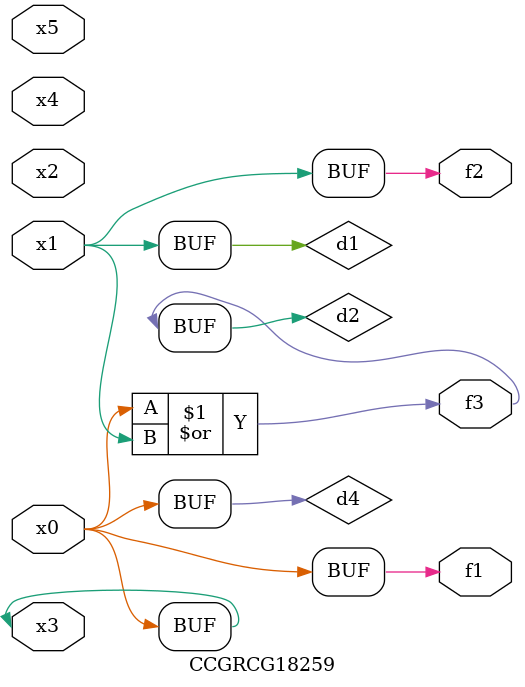
<source format=v>
module CCGRCG18259(
	input x0, x1, x2, x3, x4, x5,
	output f1, f2, f3
);

	wire d1, d2, d3, d4;

	and (d1, x1);
	or (d2, x0, x1);
	nand (d3, x0, x5);
	buf (d4, x0, x3);
	assign f1 = d4;
	assign f2 = d1;
	assign f3 = d2;
endmodule

</source>
